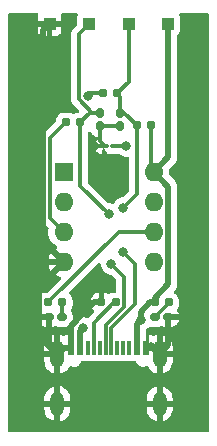
<source format=gbr>
%TF.GenerationSoftware,KiCad,Pcbnew,7.0.9*%
%TF.CreationDate,2024-01-13T12:42:42+01:00*%
%TF.ProjectId,attiny85_programmer,61747469-6e79-4383-955f-70726f677261,rev?*%
%TF.SameCoordinates,Original*%
%TF.FileFunction,Copper,L1,Top*%
%TF.FilePolarity,Positive*%
%FSLAX46Y46*%
G04 Gerber Fmt 4.6, Leading zero omitted, Abs format (unit mm)*
G04 Created by KiCad (PCBNEW 7.0.9) date 2024-01-13 12:42:42*
%MOMM*%
%LPD*%
G01*
G04 APERTURE LIST*
G04 Aperture macros list*
%AMRoundRect*
0 Rectangle with rounded corners*
0 $1 Rounding radius*
0 $2 $3 $4 $5 $6 $7 $8 $9 X,Y pos of 4 corners*
0 Add a 4 corners polygon primitive as box body*
4,1,4,$2,$3,$4,$5,$6,$7,$8,$9,$2,$3,0*
0 Add four circle primitives for the rounded corners*
1,1,$1+$1,$2,$3*
1,1,$1+$1,$4,$5*
1,1,$1+$1,$6,$7*
1,1,$1+$1,$8,$9*
0 Add four rect primitives between the rounded corners*
20,1,$1+$1,$2,$3,$4,$5,0*
20,1,$1+$1,$4,$5,$6,$7,0*
20,1,$1+$1,$6,$7,$8,$9,0*
20,1,$1+$1,$8,$9,$2,$3,0*%
G04 Aperture macros list end*
%TA.AperFunction,ComponentPad*%
%ADD10R,1.600000X1.600000*%
%TD*%
%TA.AperFunction,ComponentPad*%
%ADD11O,1.600000X1.600000*%
%TD*%
%TA.AperFunction,SMDPad,CuDef*%
%ADD12RoundRect,0.160000X-0.197500X-0.160000X0.197500X-0.160000X0.197500X0.160000X-0.197500X0.160000X0*%
%TD*%
%TA.AperFunction,SMDPad,CuDef*%
%ADD13RoundRect,0.160000X0.197500X0.160000X-0.197500X0.160000X-0.197500X-0.160000X0.197500X-0.160000X0*%
%TD*%
%TA.AperFunction,SMDPad,CuDef*%
%ADD14R,0.600000X1.160000*%
%TD*%
%TA.AperFunction,SMDPad,CuDef*%
%ADD15R,0.300000X1.160000*%
%TD*%
%TA.AperFunction,ComponentPad*%
%ADD16O,1.200000X2.300000*%
%TD*%
%TA.AperFunction,ComponentPad*%
%ADD17O,1.200000X2.000000*%
%TD*%
%TA.AperFunction,ComponentPad*%
%ADD18R,1.000000X1.000000*%
%TD*%
%TA.AperFunction,SMDPad,CuDef*%
%ADD19RoundRect,0.160000X-0.222500X-0.160000X0.222500X-0.160000X0.222500X0.160000X-0.222500X0.160000X0*%
%TD*%
%TA.AperFunction,SMDPad,CuDef*%
%ADD20RoundRect,0.160000X0.222500X0.160000X-0.222500X0.160000X-0.222500X-0.160000X0.222500X-0.160000X0*%
%TD*%
%TA.AperFunction,SMDPad,CuDef*%
%ADD21RoundRect,0.160000X-0.160000X0.222500X-0.160000X-0.222500X0.160000X-0.222500X0.160000X0.222500X0*%
%TD*%
%TA.AperFunction,SMDPad,CuDef*%
%ADD22RoundRect,0.100000X0.217500X0.100000X-0.217500X0.100000X-0.217500X-0.100000X0.217500X-0.100000X0*%
%TD*%
%TA.AperFunction,ViaPad*%
%ADD23C,0.800000*%
%TD*%
%TA.AperFunction,Conductor*%
%ADD24C,0.300000*%
%TD*%
%TA.AperFunction,Conductor*%
%ADD25C,0.500000*%
%TD*%
G04 APERTURE END LIST*
D10*
%TO.P,U2,1,~{RESET}/PB5*%
%TO.N,unconnected-(U2-~{RESET}{slash}PB5-Pad1)*%
X134700000Y-82450000D03*
D11*
%TO.P,U2,2,XTAL1/PB3*%
%TO.N,Net-(U2-XTAL1{slash}PB3)*%
X134700000Y-84990000D03*
%TO.P,U2,3,XTAL2/PB4*%
%TO.N,Net-(U2-XTAL2{slash}PB4)*%
X134700000Y-87530000D03*
%TO.P,U2,4,GND*%
%TO.N,GND*%
X134700000Y-90070000D03*
%TO.P,U2,5,AREF/PB0*%
%TO.N,unconnected-(U2-AREF{slash}PB0-Pad5)*%
X142320000Y-90070000D03*
%TO.P,U2,6,PB1*%
%TO.N,/PIN6*%
X142320000Y-87530000D03*
%TO.P,U2,7,PB2*%
%TO.N,unconnected-(U2-PB2-Pad7)*%
X142320000Y-84990000D03*
%TO.P,U2,8,VCC*%
%TO.N,VBUS*%
X142320000Y-82450000D03*
%TD*%
D12*
%TO.P,R6,1*%
%TO.N,/PIN6*%
X133402500Y-93500000D03*
%TO.P,R6,2*%
%TO.N,Net-(D4-A)*%
X134597500Y-93500000D03*
%TD*%
%TO.P,R5,2*%
%TO.N,Net-(D3-A)*%
X143597500Y-93500000D03*
%TO.P,R5,1*%
%TO.N,VBUS*%
X142402500Y-93500000D03*
%TD*%
D13*
%TO.P,R4,1*%
%TO.N,VBUS*%
X142097500Y-78500000D03*
%TO.P,R4,2*%
%TO.N,/PIN2*%
X140902500Y-78500000D03*
%TD*%
D12*
%TO.P,R3,1*%
%TO.N,Net-(U2-XTAL2{slash}PB4)*%
X134902500Y-78250000D03*
%TO.P,R3,2*%
%TO.N,/PIN3*%
X136097500Y-78250000D03*
%TD*%
%TO.P,R2,1*%
%TO.N,Net-(U2-XTAL1{slash}PB3)*%
X138021806Y-75785149D03*
%TO.P,R2,2*%
%TO.N,/PIN2*%
X139216806Y-75785149D03*
%TD*%
%TO.P,R1,2*%
%TO.N,Net-(P1-CC)*%
X139097500Y-93500000D03*
%TO.P,R1,1*%
%TO.N,GND*%
X137902500Y-93500000D03*
%TD*%
D14*
%TO.P,P1,A1,GND*%
%TO.N,GND*%
X135300000Y-97365000D03*
%TO.P,P1,A4,VBUS*%
%TO.N,VBUS*%
X136100000Y-97365000D03*
D15*
%TO.P,P1,A5,CC*%
%TO.N,Net-(P1-CC)*%
X137250000Y-97365000D03*
%TO.P,P1,A6,D+*%
%TO.N,/PIN3*%
X138250000Y-97365000D03*
%TO.P,P1,A7,D-*%
%TO.N,/PIN2*%
X138750000Y-97365000D03*
%TO.P,P1,A8*%
%TO.N,N/C*%
X139750000Y-97365000D03*
D14*
%TO.P,P1,A9,VBUS*%
%TO.N,VBUS*%
X140900000Y-97365000D03*
%TO.P,P1,A12,GND*%
%TO.N,GND*%
X141700000Y-97365000D03*
%TO.P,P1,B1,GND*%
X141700000Y-97365000D03*
%TO.P,P1,B4,VBUS*%
%TO.N,VBUS*%
X140900000Y-97365000D03*
D15*
%TO.P,P1,B5,VCONN*%
%TO.N,unconnected-(P1-VCONN-PadB5)*%
X140250000Y-97365000D03*
%TO.P,P1,B6*%
%TO.N,N/C*%
X139250000Y-97365000D03*
%TO.P,P1,B7*%
X137750000Y-97365000D03*
%TO.P,P1,B8*%
X136750000Y-97365000D03*
D14*
%TO.P,P1,B9,VBUS*%
%TO.N,VBUS*%
X136100000Y-97365000D03*
%TO.P,P1,B12,GND*%
%TO.N,GND*%
X135300000Y-97365000D03*
D16*
%TO.P,P1,S1,SHIELD*%
X134175000Y-97885000D03*
D17*
X134175000Y-102085000D03*
D16*
X142825000Y-97885000D03*
D17*
X142825000Y-102085000D03*
%TD*%
D18*
%TO.P,H4,1,1*%
%TO.N,GND*%
X133507343Y-69902442D03*
%TD*%
%TO.P,H3,1,1*%
%TO.N,/PIN3*%
X136857343Y-69902442D03*
%TD*%
%TO.P,H2,1,1*%
%TO.N,/PIN2*%
X140207343Y-69902442D03*
%TD*%
%TO.P,H1,1,1*%
%TO.N,VBUS*%
X143557343Y-69902442D03*
%TD*%
D19*
%TO.P,D4,1,K*%
%TO.N,GND*%
X133427500Y-94750000D03*
%TO.P,D4,2,A*%
%TO.N,Net-(D4-A)*%
X134572500Y-94750000D03*
%TD*%
D20*
%TO.P,D3,2,A*%
%TO.N,Net-(D3-A)*%
X142427500Y-94750000D03*
%TO.P,D3,1,K*%
%TO.N,GND*%
X143572500Y-94750000D03*
%TD*%
D21*
%TO.P,D2,1,K*%
%TO.N,/PIN3*%
X137750000Y-77427500D03*
%TO.P,D2,2,A*%
%TO.N,GND*%
X137750000Y-78572500D03*
%TD*%
%TO.P,D1,1,K*%
%TO.N,/PIN2*%
X139500000Y-77427500D03*
%TO.P,D1,2,A*%
%TO.N,GND*%
X139500000Y-78572500D03*
%TD*%
D22*
%TO.P,C1,2*%
%TO.N,GND*%
X138185000Y-80250000D03*
%TO.P,C1,1*%
%TO.N,VBUS*%
X139000000Y-80250000D03*
%TD*%
D23*
%TO.N,Net-(U2-XTAL1{slash}PB3)*%
X136750000Y-76000000D03*
%TO.N,GND*%
X137250000Y-80250000D03*
%TO.N,VBUS*%
X140000000Y-80250000D03*
%TO.N,/PIN3*%
X138500000Y-86000000D03*
%TO.N,/PIN2*%
X139750000Y-85500000D03*
X139750000Y-89250000D03*
%TO.N,/PIN3*%
X138750000Y-90250000D03*
%TO.N,VBUS*%
X141250000Y-95000000D03*
X136352661Y-95660542D03*
%TD*%
D24*
%TO.N,/PIN3*%
X136857343Y-69902442D02*
X136000000Y-70759785D01*
X136000000Y-70759785D02*
X136000000Y-76310661D01*
X136000000Y-76310661D02*
X137116839Y-77427500D01*
X137116839Y-77427500D02*
X137750000Y-77427500D01*
%TO.N,/PIN2*%
X140207343Y-69902442D02*
X140207343Y-74794612D01*
X140207343Y-74794612D02*
X139216806Y-75785149D01*
D25*
%TO.N,GND*%
X133507343Y-69902442D02*
X132950000Y-70459785D01*
X132950000Y-70459785D02*
X132950000Y-88320000D01*
X132950000Y-88320000D02*
X134700000Y-90070000D01*
%TO.N,VBUS*%
X143557343Y-69902442D02*
X143557343Y-81212657D01*
X143557343Y-81212657D02*
X142320000Y-82450000D01*
D24*
%TO.N,Net-(U2-XTAL1{slash}PB3)*%
X138021806Y-75785149D02*
X136964851Y-75785149D01*
X136964851Y-75785149D02*
X136750000Y-76000000D01*
%TO.N,/PIN2*%
X139500000Y-77427500D02*
X139500000Y-76068343D01*
X139500000Y-76068343D02*
X139216806Y-75785149D01*
%TO.N,GND*%
X138185000Y-80250000D02*
X137250000Y-80250000D01*
%TO.N,VBUS*%
X139000000Y-80250000D02*
X140000000Y-80250000D01*
%TO.N,GND*%
X138185000Y-80250000D02*
X137750000Y-79815000D01*
X137750000Y-79815000D02*
X137750000Y-78572500D01*
%TO.N,/PIN2*%
X139500000Y-77427500D02*
X139830000Y-77427500D01*
X139830000Y-77427500D02*
X140902500Y-78500000D01*
%TO.N,GND*%
X137750000Y-78572500D02*
X139500000Y-78572500D01*
%TO.N,/PIN3*%
X137750000Y-77427500D02*
X136920000Y-77427500D01*
X136920000Y-77427500D02*
X136097500Y-78250000D01*
%TO.N,Net-(U2-XTAL2{slash}PB4)*%
X134902500Y-78250000D02*
X133550000Y-79602500D01*
X133550000Y-86380000D02*
X134700000Y-87530000D01*
X133550000Y-79602500D02*
X133550000Y-86380000D01*
%TO.N,/PIN3*%
X138500000Y-86000000D02*
X136097500Y-83597500D01*
X136097500Y-83597500D02*
X136097500Y-78250000D01*
%TO.N,/PIN2*%
X140902500Y-78500000D02*
X140902500Y-84347500D01*
X140902500Y-84347500D02*
X139750000Y-85500000D01*
X140750000Y-90250000D02*
X139750000Y-89250000D01*
X138750000Y-97365000D02*
X138750000Y-95637790D01*
X138750000Y-95637790D02*
X140750000Y-93637790D01*
X140750000Y-93637790D02*
X140750000Y-90250000D01*
%TO.N,/PIN3*%
X139805000Y-93875684D02*
X139805000Y-91305000D01*
X138250000Y-95430684D02*
X139805000Y-93875684D01*
X139805000Y-91305000D02*
X138750000Y-90250000D01*
X138250000Y-97365000D02*
X138250000Y-95430684D01*
%TO.N,VBUS*%
X142097500Y-78500000D02*
X142097500Y-82227500D01*
X142097500Y-82227500D02*
X142320000Y-82450000D01*
%TO.N,Net-(P1-CC)*%
X137250000Y-97365000D02*
X137250000Y-95250000D01*
X137250000Y-95250000D02*
X139000000Y-93500000D01*
X139000000Y-93500000D02*
X139097500Y-93500000D01*
D25*
%TO.N,VBUS*%
X140900000Y-95350000D02*
X140900000Y-97365000D01*
X141250000Y-95000000D02*
X141250000Y-94295001D01*
X141250000Y-95000000D02*
X140900000Y-95350000D01*
X141250000Y-94295001D02*
X142045001Y-93500000D01*
X142045001Y-93500000D02*
X142402500Y-93500000D01*
%TO.N,GND*%
X135300000Y-97365000D02*
X135300000Y-95511121D01*
X135300000Y-95511121D02*
X137311121Y-93500000D01*
X137311121Y-93500000D02*
X137902500Y-93500000D01*
D24*
%TO.N,/PIN6*%
X133402500Y-93500000D02*
X139372500Y-87530000D01*
X139372500Y-87530000D02*
X142320000Y-87530000D01*
D25*
%TO.N,VBUS*%
X142320000Y-82450000D02*
X143570000Y-83700000D01*
X143570000Y-83700000D02*
X143570000Y-91975001D01*
X142402500Y-93142501D02*
X142402500Y-93500000D01*
X143570000Y-91975001D02*
X142402500Y-93142501D01*
%TO.N,GND*%
X134175000Y-97885000D02*
X132595000Y-96305000D01*
X132595000Y-96305000D02*
X132595000Y-92175000D01*
X132595000Y-92175000D02*
X134700000Y-90070000D01*
X143572500Y-94750000D02*
X143572500Y-97137500D01*
X143572500Y-97137500D02*
X142825000Y-97885000D01*
X133427500Y-94750000D02*
X133427500Y-97137500D01*
X133427500Y-97137500D02*
X134175000Y-97885000D01*
D24*
%TO.N,Net-(D4-A)*%
X134572500Y-94750000D02*
X134572500Y-93525000D01*
X134572500Y-93525000D02*
X134597500Y-93500000D01*
%TO.N,Net-(D3-A)*%
X143597500Y-93500000D02*
X143597500Y-93580000D01*
X143597500Y-93580000D02*
X142427500Y-94750000D01*
D25*
%TO.N,GND*%
X142072500Y-97132500D02*
X142825000Y-97885000D01*
%TO.N,VBUS*%
X136352661Y-95647339D02*
X136250000Y-95750000D01*
X136352661Y-95660542D02*
X136352661Y-95647339D01*
X136339458Y-95660542D02*
X136352661Y-95660542D01*
X136100000Y-95900000D02*
X136339458Y-95660542D01*
X136100000Y-97365000D02*
X136100000Y-95900000D01*
%TO.N,GND*%
X142825000Y-102085000D02*
X134175000Y-102085000D01*
X141700000Y-97365000D02*
X142305000Y-97365000D01*
X142305000Y-97365000D02*
X142825000Y-97885000D01*
X142825000Y-97885000D02*
X142825000Y-102085000D01*
X134175000Y-97885000D02*
X134175000Y-102085000D01*
X135300000Y-97365000D02*
X134695000Y-97365000D01*
X134695000Y-97365000D02*
X134175000Y-97885000D01*
%TD*%
%TA.AperFunction,Conductor*%
%TO.N,GND*%
G36*
X132512057Y-69020185D02*
G01*
X132557812Y-69072989D01*
X132567756Y-69142147D01*
X132561200Y-69167833D01*
X132513746Y-69295062D01*
X132513744Y-69295069D01*
X132507343Y-69354597D01*
X132507343Y-69652442D01*
X133292860Y-69652442D01*
X133221542Y-69737435D01*
X133182343Y-69845136D01*
X133182343Y-69959748D01*
X133221542Y-70067449D01*
X133295214Y-70155247D01*
X133394472Y-70212554D01*
X133478907Y-70227442D01*
X133535779Y-70227442D01*
X133620214Y-70212554D01*
X133719472Y-70155247D01*
X133721826Y-70152442D01*
X133757343Y-70152442D01*
X133757343Y-70902442D01*
X134055171Y-70902442D01*
X134055187Y-70902441D01*
X134114715Y-70896040D01*
X134114722Y-70896038D01*
X134249429Y-70845796D01*
X134249436Y-70845792D01*
X134364530Y-70759632D01*
X134364533Y-70759629D01*
X134450693Y-70644535D01*
X134450697Y-70644528D01*
X134500939Y-70509821D01*
X134500941Y-70509814D01*
X134507342Y-70450286D01*
X134507343Y-70450269D01*
X134507343Y-70152442D01*
X133757343Y-70152442D01*
X133721826Y-70152442D01*
X133793144Y-70067449D01*
X133832343Y-69959748D01*
X133832343Y-69845136D01*
X133793144Y-69737435D01*
X133721826Y-69652442D01*
X134507343Y-69652442D01*
X134507343Y-69354614D01*
X134507342Y-69354597D01*
X134500941Y-69295069D01*
X134500939Y-69295062D01*
X134453486Y-69167833D01*
X134448502Y-69098142D01*
X134481987Y-69036819D01*
X134543310Y-69003334D01*
X134569668Y-69000500D01*
X135794484Y-69000500D01*
X135861523Y-69020185D01*
X135907278Y-69072989D01*
X135917222Y-69142147D01*
X135910666Y-69167833D01*
X135863251Y-69294958D01*
X135856844Y-69354558D01*
X135856844Y-69354565D01*
X135856843Y-69354577D01*
X135856843Y-69931633D01*
X135837158Y-69998672D01*
X135820524Y-70019314D01*
X135600483Y-70239354D01*
X135587910Y-70249428D01*
X135588065Y-70249615D01*
X135582059Y-70254583D01*
X135557434Y-70280806D01*
X135532809Y-70307029D01*
X135521949Y-70317889D01*
X135511088Y-70328750D01*
X135511078Y-70328762D01*
X135506587Y-70334550D01*
X135502801Y-70338982D01*
X135469552Y-70374391D01*
X135459322Y-70392998D01*
X135448646Y-70409249D01*
X135435640Y-70426017D01*
X135435636Y-70426023D01*
X135416348Y-70470596D01*
X135413777Y-70475843D01*
X135390372Y-70518415D01*
X135390372Y-70518416D01*
X135385091Y-70538984D01*
X135378791Y-70557386D01*
X135370364Y-70576858D01*
X135362766Y-70624832D01*
X135361581Y-70630555D01*
X135349500Y-70677603D01*
X135349500Y-70698829D01*
X135347973Y-70718228D01*
X135344653Y-70739190D01*
X135346619Y-70759985D01*
X135349225Y-70787552D01*
X135349500Y-70793391D01*
X135349500Y-76225155D01*
X135347732Y-76241166D01*
X135347974Y-76241189D01*
X135347240Y-76248955D01*
X135349500Y-76320864D01*
X135349500Y-76351581D01*
X135349501Y-76351601D01*
X135350418Y-76358867D01*
X135350876Y-76364685D01*
X135352402Y-76413228D01*
X135352403Y-76413231D01*
X135358323Y-76433609D01*
X135362268Y-76452657D01*
X135364928Y-76473715D01*
X135364931Y-76473725D01*
X135382813Y-76518891D01*
X135384705Y-76524419D01*
X135398254Y-76571056D01*
X135398255Y-76571058D01*
X135409060Y-76589327D01*
X135417617Y-76606795D01*
X135423226Y-76620961D01*
X135425432Y-76626533D01*
X135453983Y-76665831D01*
X135457191Y-76670714D01*
X135480454Y-76710050D01*
X135481919Y-76712526D01*
X135481923Y-76712530D01*
X135496925Y-76727532D01*
X135509563Y-76742330D01*
X135522033Y-76759494D01*
X135522036Y-76759497D01*
X135522037Y-76759498D01*
X135559476Y-76790470D01*
X135563776Y-76794383D01*
X135778952Y-77009559D01*
X135987212Y-77217819D01*
X136020697Y-77279142D01*
X136015713Y-77348834D01*
X135973841Y-77404767D01*
X135908377Y-77429184D01*
X135899533Y-77429500D01*
X135846612Y-77429500D01*
X135780073Y-77435546D01*
X135780066Y-77435548D01*
X135626933Y-77483265D01*
X135626929Y-77483267D01*
X135564149Y-77521219D01*
X135496594Y-77539055D01*
X135435851Y-77521219D01*
X135373070Y-77483267D01*
X135373066Y-77483265D01*
X135219933Y-77435548D01*
X135219935Y-77435548D01*
X135193312Y-77433128D01*
X135153381Y-77429500D01*
X135153378Y-77429500D01*
X134651611Y-77429500D01*
X134585073Y-77435546D01*
X134585066Y-77435548D01*
X134431933Y-77483265D01*
X134431929Y-77483267D01*
X134294670Y-77566242D01*
X134294665Y-77566246D01*
X134181246Y-77679665D01*
X134181242Y-77679670D01*
X134098267Y-77816929D01*
X134098265Y-77816933D01*
X134050548Y-77970065D01*
X134044500Y-78036621D01*
X134044500Y-78136691D01*
X134024815Y-78203730D01*
X134008181Y-78224372D01*
X133150483Y-79082069D01*
X133137910Y-79092143D01*
X133138065Y-79092330D01*
X133132059Y-79097298D01*
X133109097Y-79121751D01*
X133082809Y-79149744D01*
X133071949Y-79160604D01*
X133061088Y-79171465D01*
X133061078Y-79171477D01*
X133056587Y-79177265D01*
X133052801Y-79181697D01*
X133019552Y-79217106D01*
X133009322Y-79235713D01*
X132998646Y-79251964D01*
X132985640Y-79268732D01*
X132985636Y-79268738D01*
X132966348Y-79313311D01*
X132963777Y-79318558D01*
X132940372Y-79361130D01*
X132940372Y-79361131D01*
X132935091Y-79381699D01*
X132928791Y-79400101D01*
X132920364Y-79419573D01*
X132912766Y-79467547D01*
X132911581Y-79473270D01*
X132899500Y-79520318D01*
X132899500Y-79541544D01*
X132897973Y-79560944D01*
X132894653Y-79581903D01*
X132899225Y-79630267D01*
X132899500Y-79636106D01*
X132899500Y-86294494D01*
X132897732Y-86310505D01*
X132897974Y-86310528D01*
X132897240Y-86318294D01*
X132899500Y-86390203D01*
X132899500Y-86420920D01*
X132899501Y-86420940D01*
X132900418Y-86428206D01*
X132900876Y-86434024D01*
X132902402Y-86482567D01*
X132902403Y-86482570D01*
X132908323Y-86502948D01*
X132912268Y-86521996D01*
X132914928Y-86543054D01*
X132914931Y-86543064D01*
X132932813Y-86588230D01*
X132934705Y-86593758D01*
X132948254Y-86640395D01*
X132948255Y-86640397D01*
X132959060Y-86658666D01*
X132967617Y-86676134D01*
X132973226Y-86690300D01*
X132975432Y-86695872D01*
X133003983Y-86735170D01*
X133007188Y-86740049D01*
X133031919Y-86781865D01*
X133031923Y-86781869D01*
X133046925Y-86796871D01*
X133059563Y-86811669D01*
X133072033Y-86828833D01*
X133072036Y-86828836D01*
X133072037Y-86828837D01*
X133109476Y-86859809D01*
X133113776Y-86863722D01*
X133261973Y-87011919D01*
X133393115Y-87143061D01*
X133426600Y-87204384D01*
X133425209Y-87262834D01*
X133414367Y-87303299D01*
X133414364Y-87303313D01*
X133394532Y-87529998D01*
X133394532Y-87530001D01*
X133414364Y-87756686D01*
X133414366Y-87756697D01*
X133473258Y-87976488D01*
X133473261Y-87976497D01*
X133569431Y-88182732D01*
X133569432Y-88182734D01*
X133699954Y-88369141D01*
X133860858Y-88530045D01*
X133860861Y-88530047D01*
X134047266Y-88660568D01*
X134105865Y-88687893D01*
X134158305Y-88734065D01*
X134177457Y-88801258D01*
X134157242Y-88868139D01*
X134105867Y-88912657D01*
X134047515Y-88939867D01*
X133861179Y-89070342D01*
X133700342Y-89231179D01*
X133569865Y-89417517D01*
X133473734Y-89623673D01*
X133473730Y-89623682D01*
X133421127Y-89819999D01*
X133421128Y-89820000D01*
X134384314Y-89820000D01*
X134372359Y-89831955D01*
X134314835Y-89944852D01*
X134295014Y-90070000D01*
X134314835Y-90195148D01*
X134372359Y-90308045D01*
X134384314Y-90320000D01*
X133421128Y-90320000D01*
X133473730Y-90516317D01*
X133473734Y-90516326D01*
X133569865Y-90722482D01*
X133700342Y-90908820D01*
X133861179Y-91069657D01*
X134047517Y-91200134D01*
X134253673Y-91296265D01*
X134253682Y-91296269D01*
X134387407Y-91332100D01*
X134447068Y-91368465D01*
X134477597Y-91431311D01*
X134469303Y-91500687D01*
X134442995Y-91539556D01*
X133339371Y-92643181D01*
X133278048Y-92676666D01*
X133251691Y-92679500D01*
X133151611Y-92679500D01*
X133085073Y-92685546D01*
X133085066Y-92685548D01*
X132931933Y-92733265D01*
X132931929Y-92733267D01*
X132794670Y-92816242D01*
X132794665Y-92816246D01*
X132681246Y-92929665D01*
X132681242Y-92929670D01*
X132598267Y-93066929D01*
X132598265Y-93066933D01*
X132550548Y-93220065D01*
X132544500Y-93286621D01*
X132544500Y-93713388D01*
X132550546Y-93779926D01*
X132550548Y-93779933D01*
X132598265Y-93933066D01*
X132598267Y-93933070D01*
X132675805Y-94061334D01*
X132693641Y-94128888D01*
X132675805Y-94189632D01*
X132598726Y-94317136D01*
X132598724Y-94317140D01*
X132551043Y-94470155D01*
X132548331Y-94500000D01*
X133553500Y-94500000D01*
X133620539Y-94519685D01*
X133666294Y-94572489D01*
X133677500Y-94624000D01*
X133677500Y-95570000D01*
X133703337Y-95570000D01*
X133769838Y-95563957D01*
X133922861Y-95516273D01*
X133935361Y-95508717D01*
X134002915Y-95490878D01*
X134063664Y-95508713D01*
X134076931Y-95516733D01*
X134076933Y-95516734D01*
X134127330Y-95532438D01*
X134230067Y-95564452D01*
X134296619Y-95570500D01*
X134848380Y-95570499D01*
X134848388Y-95570499D01*
X134914926Y-95564453D01*
X134914927Y-95564452D01*
X134914933Y-95564452D01*
X135068069Y-95516733D01*
X135138717Y-95474024D01*
X135205329Y-95433757D01*
X135205330Y-95433755D01*
X135205335Y-95433753D01*
X135240202Y-95398885D01*
X135301522Y-95365401D01*
X135371214Y-95370385D01*
X135427148Y-95412255D01*
X135451566Y-95477719D01*
X135440264Y-95538971D01*
X135424424Y-95572940D01*
X135389960Y-95641565D01*
X135387488Y-95648357D01*
X135387432Y-95648336D01*
X135384960Y-95655450D01*
X135385015Y-95655469D01*
X135382742Y-95662327D01*
X135380562Y-95672888D01*
X135367207Y-95737565D01*
X135356166Y-95784151D01*
X135349498Y-95812286D01*
X135348661Y-95819454D01*
X135348601Y-95819447D01*
X135347835Y-95826945D01*
X135347895Y-95826951D01*
X135347265Y-95834140D01*
X135349500Y-95910916D01*
X135349500Y-96538271D01*
X135341682Y-96581604D01*
X135305908Y-96677517D01*
X135299501Y-96737116D01*
X135299501Y-96737123D01*
X135299500Y-96737135D01*
X135299500Y-97491000D01*
X135279815Y-97558039D01*
X135227011Y-97603794D01*
X135175500Y-97615000D01*
X134584000Y-97615000D01*
X134516961Y-97595315D01*
X134475000Y-97546889D01*
X134475000Y-97307198D01*
X134461375Y-97234314D01*
X134479685Y-97171961D01*
X134532489Y-97126206D01*
X134584000Y-97115000D01*
X135050000Y-97115000D01*
X135050000Y-96285000D01*
X134952155Y-96285000D01*
X134892627Y-96291401D01*
X134892620Y-96291403D01*
X134749801Y-96344671D01*
X134680109Y-96349655D01*
X134644469Y-96335877D01*
X134634036Y-96329853D01*
X134435516Y-96261144D01*
X134425000Y-96259632D01*
X134425000Y-97168889D01*
X134400543Y-97129390D01*
X134311038Y-97061799D01*
X134203160Y-97031105D01*
X134091479Y-97041454D01*
X133991078Y-97091448D01*
X133925000Y-97163930D01*
X133925000Y-96263740D01*
X133924999Y-96263740D01*
X133813594Y-96290768D01*
X133813582Y-96290772D01*
X133622497Y-96378037D01*
X133622496Y-96378038D01*
X133451380Y-96499889D01*
X133451374Y-96499895D01*
X133306407Y-96651932D01*
X133192833Y-96828657D01*
X133114755Y-97023685D01*
X133075000Y-97229962D01*
X133075000Y-97635000D01*
X133875000Y-97635000D01*
X133875000Y-98135000D01*
X133075000Y-98135000D01*
X133075000Y-98487398D01*
X133089965Y-98644122D01*
X133089966Y-98644126D01*
X133149149Y-98845686D01*
X133245413Y-99032414D01*
X133375268Y-99197537D01*
X133375271Y-99197540D01*
X133534030Y-99335105D01*
X133534041Y-99335114D01*
X133715960Y-99440144D01*
X133715967Y-99440147D01*
X133914487Y-99508856D01*
X133925000Y-99510367D01*
X133925000Y-98601110D01*
X133949457Y-98640610D01*
X134038962Y-98708201D01*
X134146840Y-98738895D01*
X134258521Y-98728546D01*
X134358922Y-98678552D01*
X134425000Y-98606069D01*
X134425000Y-99506257D01*
X134536409Y-99479229D01*
X134727507Y-99391959D01*
X134898619Y-99270110D01*
X134898625Y-99270104D01*
X135043592Y-99118067D01*
X135157167Y-98941341D01*
X135163080Y-98926570D01*
X135206268Y-98871647D01*
X135272294Y-98848793D01*
X135340195Y-98865263D01*
X135342576Y-98866673D01*
X135388618Y-98894672D01*
X135534335Y-98935500D01*
X135534336Y-98935500D01*
X135647659Y-98935500D01*
X135675723Y-98931642D01*
X135759920Y-98920070D01*
X135886097Y-98865263D01*
X135898716Y-98859782D01*
X135898716Y-98859781D01*
X135898720Y-98859780D01*
X136016108Y-98764278D01*
X136103377Y-98640647D01*
X136119363Y-98595666D01*
X136143422Y-98527973D01*
X136184420Y-98471397D01*
X136249498Y-98445967D01*
X136260262Y-98445499D01*
X136447872Y-98445499D01*
X136447885Y-98445498D01*
X136486744Y-98441320D01*
X136513252Y-98441320D01*
X136552127Y-98445500D01*
X136947872Y-98445499D01*
X136947873Y-98445498D01*
X136947885Y-98445498D01*
X136986744Y-98441320D01*
X137013252Y-98441320D01*
X137052127Y-98445500D01*
X137447872Y-98445499D01*
X137447873Y-98445498D01*
X137447885Y-98445498D01*
X137486744Y-98441320D01*
X137513252Y-98441320D01*
X137552127Y-98445500D01*
X137947872Y-98445499D01*
X137947873Y-98445498D01*
X137947885Y-98445498D01*
X137986744Y-98441320D01*
X138013252Y-98441320D01*
X138052127Y-98445500D01*
X138447872Y-98445499D01*
X138447873Y-98445498D01*
X138447885Y-98445498D01*
X138486744Y-98441320D01*
X138513252Y-98441320D01*
X138552127Y-98445500D01*
X138947872Y-98445499D01*
X138947873Y-98445498D01*
X138947885Y-98445498D01*
X138986744Y-98441320D01*
X139013252Y-98441320D01*
X139052127Y-98445500D01*
X139447872Y-98445499D01*
X139447873Y-98445498D01*
X139447885Y-98445498D01*
X139486744Y-98441320D01*
X139513252Y-98441320D01*
X139552127Y-98445500D01*
X139947872Y-98445499D01*
X139947873Y-98445498D01*
X139947885Y-98445498D01*
X139986744Y-98441320D01*
X140013252Y-98441320D01*
X140052127Y-98445500D01*
X140447872Y-98445499D01*
X140447873Y-98445498D01*
X140447885Y-98445498D01*
X140486744Y-98441320D01*
X140513252Y-98441320D01*
X140552127Y-98445500D01*
X140739429Y-98445499D01*
X140806468Y-98465183D01*
X140852223Y-98517987D01*
X140860835Y-98544271D01*
X140866405Y-98571079D01*
X140866406Y-98571081D01*
X140866407Y-98571084D01*
X140866408Y-98571085D01*
X140936029Y-98705447D01*
X140936031Y-98705449D01*
X140936032Y-98705451D01*
X141039318Y-98816043D01*
X141039320Y-98816044D01*
X141168618Y-98894672D01*
X141314335Y-98935500D01*
X141314336Y-98935500D01*
X141427659Y-98935500D01*
X141455723Y-98931642D01*
X141539920Y-98920070D01*
X141676611Y-98860695D01*
X141745941Y-98852042D01*
X141808946Y-98882245D01*
X141836228Y-98917610D01*
X141895413Y-99032414D01*
X142025268Y-99197537D01*
X142025271Y-99197540D01*
X142184030Y-99335105D01*
X142184041Y-99335114D01*
X142365960Y-99440144D01*
X142365967Y-99440147D01*
X142564487Y-99508856D01*
X142575000Y-99510367D01*
X142575000Y-98601110D01*
X142599457Y-98640610D01*
X142688962Y-98708201D01*
X142796840Y-98738895D01*
X142908521Y-98728546D01*
X143008922Y-98678552D01*
X143075000Y-98606069D01*
X143075000Y-99506257D01*
X143186409Y-99479229D01*
X143377507Y-99391959D01*
X143548619Y-99270110D01*
X143548625Y-99270104D01*
X143693592Y-99118067D01*
X143807166Y-98941342D01*
X143885244Y-98746314D01*
X143925000Y-98540037D01*
X143925000Y-98135000D01*
X143125000Y-98135000D01*
X143125000Y-97635000D01*
X143925000Y-97635000D01*
X143925000Y-97282601D01*
X143910034Y-97125877D01*
X143910033Y-97125873D01*
X143850850Y-96924313D01*
X143754586Y-96737585D01*
X143624731Y-96572462D01*
X143624728Y-96572459D01*
X143465969Y-96434894D01*
X143465958Y-96434885D01*
X143284039Y-96329855D01*
X143284032Y-96329852D01*
X143085516Y-96261144D01*
X143075000Y-96259632D01*
X143075000Y-97168889D01*
X143050543Y-97129390D01*
X142961038Y-97061799D01*
X142853160Y-97031105D01*
X142741479Y-97041454D01*
X142641078Y-97091448D01*
X142575000Y-97163930D01*
X142575000Y-96263740D01*
X142574999Y-96263740D01*
X142463599Y-96290766D01*
X142463585Y-96290771D01*
X142348689Y-96343241D01*
X142279530Y-96353184D01*
X142250816Y-96343627D01*
X142250399Y-96344746D01*
X142107379Y-96291403D01*
X142107372Y-96291401D01*
X142047844Y-96285000D01*
X141950000Y-96285000D01*
X141950000Y-97491000D01*
X141930315Y-97558039D01*
X141877511Y-97603794D01*
X141826000Y-97615000D01*
X141824499Y-97615000D01*
X141757460Y-97595315D01*
X141711705Y-97542511D01*
X141700499Y-97491000D01*
X141700499Y-96737129D01*
X141700498Y-96737123D01*
X141700497Y-96737116D01*
X141694091Y-96677517D01*
X141684548Y-96651932D01*
X141658318Y-96581604D01*
X141650500Y-96538271D01*
X141650500Y-95885279D01*
X141670185Y-95818240D01*
X141701615Y-95784961D01*
X141702730Y-95784151D01*
X141855871Y-95672888D01*
X141929160Y-95591491D01*
X141988645Y-95554844D01*
X142058200Y-95556079D01*
X142085067Y-95564452D01*
X142151619Y-95570500D01*
X142703380Y-95570499D01*
X142703388Y-95570499D01*
X142769926Y-95564453D01*
X142769927Y-95564452D01*
X142769933Y-95564452D01*
X142923069Y-95516733D01*
X142936332Y-95508714D01*
X143003887Y-95490878D01*
X143064633Y-95508714D01*
X143077138Y-95516273D01*
X143230161Y-95563957D01*
X143296663Y-95570000D01*
X143322500Y-95570000D01*
X143322500Y-95000000D01*
X143822500Y-95000000D01*
X143822500Y-95570000D01*
X143848337Y-95570000D01*
X143914843Y-95563956D01*
X144067859Y-95516275D01*
X144067863Y-95516273D01*
X144205019Y-95433360D01*
X144205023Y-95433357D01*
X144318357Y-95320023D01*
X144318360Y-95320019D01*
X144401273Y-95182863D01*
X144401275Y-95182859D01*
X144448956Y-95029844D01*
X144451669Y-95000000D01*
X143822500Y-95000000D01*
X143322500Y-95000000D01*
X143322500Y-94826307D01*
X143342185Y-94759268D01*
X143358819Y-94738626D01*
X143561126Y-94536319D01*
X143622449Y-94502834D01*
X143648807Y-94500000D01*
X144451668Y-94500000D01*
X144448956Y-94470155D01*
X144401275Y-94317140D01*
X144324194Y-94189632D01*
X144306358Y-94122077D01*
X144324192Y-94061336D01*
X144401733Y-93933069D01*
X144449452Y-93779933D01*
X144455500Y-93713381D01*
X144455499Y-93286620D01*
X144455499Y-93286619D01*
X144455499Y-93286611D01*
X144449453Y-93220073D01*
X144449452Y-93220070D01*
X144449452Y-93220067D01*
X144406782Y-93083133D01*
X144401734Y-93066933D01*
X144401732Y-93066929D01*
X144318757Y-92929670D01*
X144318753Y-92929665D01*
X144205333Y-92816245D01*
X144082542Y-92742016D01*
X144035355Y-92690488D01*
X144023516Y-92621629D01*
X144050785Y-92557300D01*
X144072641Y-92536438D01*
X144088530Y-92524611D01*
X144122113Y-92484586D01*
X144125767Y-92480600D01*
X144131589Y-92474779D01*
X144151928Y-92449055D01*
X144157162Y-92442816D01*
X144201302Y-92390215D01*
X144201304Y-92390210D01*
X144205272Y-92384180D01*
X144205323Y-92384213D01*
X144209369Y-92377861D01*
X144209317Y-92377829D01*
X144213109Y-92371680D01*
X144213111Y-92371678D01*
X144245569Y-92302070D01*
X144280040Y-92233434D01*
X144280043Y-92233418D01*
X144282510Y-92226645D01*
X144282568Y-92226666D01*
X144285043Y-92219547D01*
X144284985Y-92219528D01*
X144287256Y-92212673D01*
X144302784Y-92137468D01*
X144320500Y-92062721D01*
X144321339Y-92055549D01*
X144321397Y-92055555D01*
X144322164Y-92048057D01*
X144322104Y-92048052D01*
X144322733Y-92040861D01*
X144320500Y-91964104D01*
X144320500Y-83763705D01*
X144321809Y-83745735D01*
X144322129Y-83743547D01*
X144325289Y-83721977D01*
X144320735Y-83669931D01*
X144320500Y-83664528D01*
X144320500Y-83656297D01*
X144320500Y-83656291D01*
X144316693Y-83623724D01*
X144309999Y-83547203D01*
X144309999Y-83547201D01*
X144308539Y-83540129D01*
X144308597Y-83540116D01*
X144306965Y-83532757D01*
X144306906Y-83532772D01*
X144305242Y-83525753D01*
X144305241Y-83525745D01*
X144278974Y-83453576D01*
X144254814Y-83380666D01*
X144254809Y-83380659D01*
X144251760Y-83374118D01*
X144251815Y-83374091D01*
X144248533Y-83367313D01*
X144248480Y-83367340D01*
X144245235Y-83360880D01*
X144203028Y-83296708D01*
X144162710Y-83231342D01*
X144158234Y-83225682D01*
X144158281Y-83225644D01*
X144153519Y-83219799D01*
X144153474Y-83219838D01*
X144148834Y-83214309D01*
X144148832Y-83214307D01*
X144148830Y-83214304D01*
X144118061Y-83185275D01*
X144092965Y-83161597D01*
X143646716Y-82715348D01*
X143613231Y-82654025D01*
X143610869Y-82616863D01*
X143625468Y-82450000D01*
X143610869Y-82283137D01*
X143624635Y-82214639D01*
X143646713Y-82184653D01*
X144042981Y-81788384D01*
X144056610Y-81776607D01*
X144075873Y-81762267D01*
X144075875Y-81762263D01*
X144075877Y-81762263D01*
X144094006Y-81740656D01*
X144109456Y-81722242D01*
X144113110Y-81718256D01*
X144118932Y-81712435D01*
X144139271Y-81686711D01*
X144144505Y-81680472D01*
X144188645Y-81627871D01*
X144188647Y-81627866D01*
X144192615Y-81621836D01*
X144192666Y-81621869D01*
X144196712Y-81615517D01*
X144196660Y-81615485D01*
X144200452Y-81609336D01*
X144200454Y-81609334D01*
X144232912Y-81539726D01*
X144267383Y-81471090D01*
X144267386Y-81471074D01*
X144269853Y-81464301D01*
X144269911Y-81464322D01*
X144272386Y-81457203D01*
X144272328Y-81457184D01*
X144274599Y-81450329D01*
X144290127Y-81375124D01*
X144307843Y-81300377D01*
X144308682Y-81293205D01*
X144308740Y-81293211D01*
X144309507Y-81285713D01*
X144309447Y-81285708D01*
X144310076Y-81278517D01*
X144309833Y-81270180D01*
X144307843Y-81201759D01*
X144307843Y-70902191D01*
X144327528Y-70835152D01*
X144357533Y-70802924D01*
X144414889Y-70759988D01*
X144501139Y-70644773D01*
X144551434Y-70509925D01*
X144557843Y-70450315D01*
X144557842Y-69354570D01*
X144551434Y-69294959D01*
X144551434Y-69294958D01*
X144504020Y-69167833D01*
X144499036Y-69098141D01*
X144532522Y-69036818D01*
X144593845Y-69003334D01*
X144620202Y-69000500D01*
X146875500Y-69000500D01*
X146942539Y-69020185D01*
X146988294Y-69072989D01*
X146999500Y-69124500D01*
X146999500Y-104375500D01*
X146979815Y-104442539D01*
X146927011Y-104488294D01*
X146875500Y-104499500D01*
X130124500Y-104499500D01*
X130057461Y-104479815D01*
X130011706Y-104427011D01*
X130000500Y-104375500D01*
X130000500Y-102537398D01*
X133075000Y-102537398D01*
X133089965Y-102694122D01*
X133089966Y-102694126D01*
X133149149Y-102895686D01*
X133245413Y-103082414D01*
X133375268Y-103247537D01*
X133375271Y-103247540D01*
X133534030Y-103385105D01*
X133534041Y-103385114D01*
X133715960Y-103490144D01*
X133715967Y-103490147D01*
X133914487Y-103558856D01*
X133925000Y-103560367D01*
X133925000Y-102601110D01*
X133949457Y-102640610D01*
X134038962Y-102708201D01*
X134146840Y-102738895D01*
X134258521Y-102728546D01*
X134358922Y-102678552D01*
X134425000Y-102606069D01*
X134425000Y-103556257D01*
X134536409Y-103529229D01*
X134727507Y-103441959D01*
X134898619Y-103320110D01*
X134898625Y-103320104D01*
X135043592Y-103168067D01*
X135157166Y-102991342D01*
X135235244Y-102796314D01*
X135275000Y-102590037D01*
X135275000Y-102537398D01*
X141725000Y-102537398D01*
X141739965Y-102694122D01*
X141739966Y-102694126D01*
X141799149Y-102895686D01*
X141895413Y-103082414D01*
X142025268Y-103247537D01*
X142025271Y-103247540D01*
X142184030Y-103385105D01*
X142184041Y-103385114D01*
X142365960Y-103490144D01*
X142365967Y-103490147D01*
X142564487Y-103558856D01*
X142575000Y-103560367D01*
X142575000Y-102601110D01*
X142599457Y-102640610D01*
X142688962Y-102708201D01*
X142796840Y-102738895D01*
X142908521Y-102728546D01*
X143008922Y-102678552D01*
X143075000Y-102606069D01*
X143075000Y-103556257D01*
X143186409Y-103529229D01*
X143377507Y-103441959D01*
X143548619Y-103320110D01*
X143548625Y-103320104D01*
X143693592Y-103168067D01*
X143807166Y-102991342D01*
X143885244Y-102796314D01*
X143925000Y-102590037D01*
X143925000Y-102335000D01*
X143125000Y-102335000D01*
X143125000Y-101835000D01*
X143925000Y-101835000D01*
X143925000Y-101632601D01*
X143910034Y-101475877D01*
X143910033Y-101475873D01*
X143850850Y-101274313D01*
X143754586Y-101087585D01*
X143624731Y-100922462D01*
X143624728Y-100922459D01*
X143465969Y-100784894D01*
X143465958Y-100784885D01*
X143284039Y-100679855D01*
X143284032Y-100679852D01*
X143085516Y-100611144D01*
X143075000Y-100609632D01*
X143075000Y-101568889D01*
X143050543Y-101529390D01*
X142961038Y-101461799D01*
X142853160Y-101431105D01*
X142741479Y-101441454D01*
X142641078Y-101491448D01*
X142575000Y-101563930D01*
X142575000Y-100613740D01*
X142574999Y-100613740D01*
X142463594Y-100640768D01*
X142463582Y-100640772D01*
X142272497Y-100728037D01*
X142272496Y-100728038D01*
X142101380Y-100849889D01*
X142101374Y-100849895D01*
X141956407Y-101001932D01*
X141842833Y-101178657D01*
X141764755Y-101373685D01*
X141725000Y-101579962D01*
X141725000Y-101835000D01*
X142525000Y-101835000D01*
X142525000Y-102335000D01*
X141725000Y-102335000D01*
X141725000Y-102537398D01*
X135275000Y-102537398D01*
X135275000Y-102335000D01*
X134475000Y-102335000D01*
X134475000Y-101835000D01*
X135275000Y-101835000D01*
X135275000Y-101632601D01*
X135260034Y-101475877D01*
X135260033Y-101475873D01*
X135200850Y-101274313D01*
X135104586Y-101087585D01*
X134974731Y-100922462D01*
X134974728Y-100922459D01*
X134815969Y-100784894D01*
X134815958Y-100784885D01*
X134634039Y-100679855D01*
X134634032Y-100679852D01*
X134435516Y-100611144D01*
X134425000Y-100609632D01*
X134425000Y-101568889D01*
X134400543Y-101529390D01*
X134311038Y-101461799D01*
X134203160Y-101431105D01*
X134091479Y-101441454D01*
X133991078Y-101491448D01*
X133925000Y-101563930D01*
X133925000Y-100613740D01*
X133924999Y-100613740D01*
X133813594Y-100640768D01*
X133813582Y-100640772D01*
X133622497Y-100728037D01*
X133622496Y-100728038D01*
X133451380Y-100849889D01*
X133451374Y-100849895D01*
X133306407Y-101001932D01*
X133192833Y-101178657D01*
X133114755Y-101373685D01*
X133075000Y-101579962D01*
X133075000Y-101835000D01*
X133875000Y-101835000D01*
X133875000Y-102335000D01*
X133075000Y-102335000D01*
X133075000Y-102537398D01*
X130000500Y-102537398D01*
X130000500Y-95000000D01*
X132548331Y-95000000D01*
X132551043Y-95029844D01*
X132598724Y-95182859D01*
X132598726Y-95182863D01*
X132681639Y-95320019D01*
X132681642Y-95320023D01*
X132794976Y-95433357D01*
X132794980Y-95433360D01*
X132932136Y-95516273D01*
X132932140Y-95516275D01*
X133085157Y-95563956D01*
X133085156Y-95563956D01*
X133151663Y-95570000D01*
X133177500Y-95570000D01*
X133177500Y-95000000D01*
X132548331Y-95000000D01*
X130000500Y-95000000D01*
X130000500Y-70152442D01*
X132507343Y-70152442D01*
X132507343Y-70450286D01*
X132513744Y-70509814D01*
X132513746Y-70509821D01*
X132563988Y-70644528D01*
X132563992Y-70644535D01*
X132650152Y-70759629D01*
X132650155Y-70759632D01*
X132765249Y-70845792D01*
X132765256Y-70845796D01*
X132899963Y-70896038D01*
X132899970Y-70896040D01*
X132959498Y-70902441D01*
X132959515Y-70902442D01*
X133257343Y-70902442D01*
X133257343Y-70152442D01*
X132507343Y-70152442D01*
X130000500Y-70152442D01*
X130000500Y-69124500D01*
X130020185Y-69057461D01*
X130072989Y-69011706D01*
X130124500Y-69000500D01*
X132445018Y-69000500D01*
X132512057Y-69020185D01*
G37*
%TD.AperFunction*%
%TA.AperFunction,Conductor*%
G36*
X137765849Y-90159109D02*
G01*
X137821782Y-90200981D01*
X137845835Y-90262328D01*
X137864326Y-90438256D01*
X137864327Y-90438259D01*
X137922818Y-90618277D01*
X137922821Y-90618284D01*
X138017467Y-90782216D01*
X138131462Y-90908820D01*
X138144129Y-90922888D01*
X138297265Y-91034148D01*
X138297270Y-91034151D01*
X138470192Y-91111142D01*
X138470197Y-91111144D01*
X138655354Y-91150500D01*
X138679192Y-91150500D01*
X138746231Y-91170185D01*
X138766873Y-91186819D01*
X139118181Y-91538127D01*
X139151666Y-91599450D01*
X139154500Y-91625808D01*
X139154500Y-92555500D01*
X139134815Y-92622539D01*
X139082011Y-92668294D01*
X139030501Y-92679500D01*
X138846611Y-92679500D01*
X138780073Y-92685546D01*
X138780066Y-92685548D01*
X138626937Y-92733264D01*
X138626931Y-92733267D01*
X138563664Y-92771512D01*
X138496109Y-92789347D01*
X138435367Y-92771511D01*
X138372863Y-92733726D01*
X138372859Y-92733724D01*
X138219842Y-92686043D01*
X138219843Y-92686043D01*
X138153337Y-92680000D01*
X138152500Y-92680000D01*
X138152500Y-93376191D01*
X138132815Y-93443230D01*
X138116181Y-93463872D01*
X137866372Y-93713681D01*
X137805049Y-93747166D01*
X137778691Y-93750000D01*
X137048331Y-93750000D01*
X137051043Y-93779844D01*
X137098724Y-93932859D01*
X137098726Y-93932863D01*
X137181639Y-94070019D01*
X137181642Y-94070023D01*
X137258154Y-94146535D01*
X137291639Y-94207858D01*
X137286655Y-94277550D01*
X137258154Y-94321897D01*
X136850483Y-94729569D01*
X136837910Y-94739643D01*
X136838065Y-94739830D01*
X136832058Y-94744799D01*
X136797379Y-94781728D01*
X136737138Y-94817122D01*
X136667324Y-94814328D01*
X136656553Y-94810123D01*
X136632463Y-94799397D01*
X136486662Y-94768407D01*
X136447307Y-94760042D01*
X136258015Y-94760042D01*
X136225558Y-94766940D01*
X136072858Y-94799397D01*
X136072853Y-94799399D01*
X135899931Y-94876390D01*
X135899926Y-94876393D01*
X135746790Y-94987653D01*
X135746789Y-94987654D01*
X135669714Y-95073254D01*
X135610227Y-95109902D01*
X135540370Y-95108571D01*
X135482322Y-95069684D01*
X135454513Y-95005587D01*
X135454074Y-94979069D01*
X135455500Y-94963381D01*
X135455499Y-94536620D01*
X135455499Y-94536619D01*
X135455499Y-94536611D01*
X135449453Y-94470073D01*
X135449452Y-94470070D01*
X135449452Y-94470067D01*
X135418612Y-94371100D01*
X135401734Y-94316933D01*
X135401732Y-94316929D01*
X135324487Y-94189149D01*
X135306651Y-94121595D01*
X135324487Y-94060851D01*
X135401732Y-93933070D01*
X135401733Y-93933069D01*
X135401799Y-93932859D01*
X135405860Y-93919823D01*
X135449452Y-93779933D01*
X135455500Y-93713381D01*
X135455499Y-93286620D01*
X135455499Y-93286619D01*
X135455499Y-93286611D01*
X135452172Y-93250000D01*
X137048331Y-93250000D01*
X137652500Y-93250000D01*
X137652500Y-92680000D01*
X137651663Y-92680000D01*
X137585156Y-92686043D01*
X137432140Y-92733724D01*
X137432136Y-92733726D01*
X137294980Y-92816639D01*
X137294976Y-92816642D01*
X137181642Y-92929976D01*
X137181639Y-92929980D01*
X137098726Y-93067136D01*
X137098724Y-93067140D01*
X137051043Y-93220155D01*
X137048331Y-93250000D01*
X135452172Y-93250000D01*
X135449453Y-93220073D01*
X135449452Y-93220070D01*
X135449452Y-93220067D01*
X135406782Y-93083133D01*
X135401734Y-93066933D01*
X135401732Y-93066929D01*
X135318757Y-92929670D01*
X135318753Y-92929665D01*
X135205336Y-92816248D01*
X135203849Y-92815083D01*
X135203042Y-92813954D01*
X135200031Y-92810943D01*
X135200531Y-92810442D01*
X135163221Y-92758240D01*
X135159773Y-92688456D01*
X135192646Y-92629798D01*
X137634836Y-90187608D01*
X137696157Y-90154125D01*
X137765849Y-90159109D01*
G37*
%TD.AperFunction*%
%TA.AperFunction,Conductor*%
G36*
X136953203Y-79028038D02*
G01*
X136978618Y-79062185D01*
X136979846Y-79061444D01*
X137066639Y-79205019D01*
X137066642Y-79205023D01*
X137179976Y-79318357D01*
X137179980Y-79318360D01*
X137317136Y-79401273D01*
X137317140Y-79401275D01*
X137470157Y-79448956D01*
X137470156Y-79448956D01*
X137534484Y-79454802D01*
X137599467Y-79480472D01*
X137640256Y-79537200D01*
X137643900Y-79606975D01*
X137609243Y-79667643D01*
X137598750Y-79676668D01*
X137539577Y-79722073D01*
X137443399Y-79847413D01*
X137382944Y-79993368D01*
X137375487Y-80050000D01*
X138058000Y-80050000D01*
X138125039Y-80069685D01*
X138170794Y-80122489D01*
X138182000Y-80174000D01*
X138182000Y-80347638D01*
X138162315Y-80414677D01*
X138109511Y-80460432D01*
X138040353Y-80470376D01*
X137995736Y-80450000D01*
X137375490Y-80450000D01*
X137375488Y-80450001D01*
X137382942Y-80506627D01*
X137382944Y-80506633D01*
X137443399Y-80652585D01*
X137539575Y-80777924D01*
X137664913Y-80874100D01*
X137810865Y-80934554D01*
X137810869Y-80934555D01*
X137928176Y-80949999D01*
X137984999Y-80949998D01*
X137985000Y-80949998D01*
X137985000Y-80617237D01*
X138004685Y-80550198D01*
X138057489Y-80504443D01*
X138126647Y-80494499D01*
X138190203Y-80523524D01*
X138223561Y-80569785D01*
X138257963Y-80652840D01*
X138359166Y-80784731D01*
X138356353Y-80786888D01*
X138382103Y-80833779D01*
X138385000Y-80860426D01*
X138385000Y-80949999D01*
X138441823Y-80949999D01*
X138559129Y-80934556D01*
X138559428Y-80934476D01*
X138559737Y-80934476D01*
X138567189Y-80933495D01*
X138567318Y-80934476D01*
X138617615Y-80934476D01*
X138617680Y-80933983D01*
X138621425Y-80934476D01*
X138623621Y-80934476D01*
X138625730Y-80935040D01*
X138625738Y-80935044D01*
X138743139Y-80950500D01*
X139256860Y-80950499D01*
X139356201Y-80937421D01*
X139425233Y-80948187D01*
X139445263Y-80960038D01*
X139535363Y-81025500D01*
X139547270Y-81034151D01*
X139720192Y-81111142D01*
X139720197Y-81111144D01*
X139905354Y-81150500D01*
X139905355Y-81150500D01*
X140094642Y-81150500D01*
X140094646Y-81150500D01*
X140102219Y-81148890D01*
X140171884Y-81154205D01*
X140227618Y-81196341D01*
X140251725Y-81261920D01*
X140252000Y-81270180D01*
X140252000Y-84026692D01*
X140232315Y-84093731D01*
X140215681Y-84114373D01*
X139766873Y-84563181D01*
X139705550Y-84596666D01*
X139679192Y-84599500D01*
X139655354Y-84599500D01*
X139622897Y-84606398D01*
X139470197Y-84638855D01*
X139470192Y-84638857D01*
X139297270Y-84715848D01*
X139297265Y-84715851D01*
X139144129Y-84827111D01*
X139017465Y-84967785D01*
X138946121Y-85091358D01*
X138895554Y-85139574D01*
X138826947Y-85152797D01*
X138788302Y-85142639D01*
X138779807Y-85138857D01*
X138779802Y-85138855D01*
X138634001Y-85107865D01*
X138594646Y-85099500D01*
X138594645Y-85099500D01*
X138570808Y-85099500D01*
X138503769Y-85079815D01*
X138483127Y-85063181D01*
X136784319Y-83364373D01*
X136750834Y-83303050D01*
X136748000Y-83276692D01*
X136748000Y-79121751D01*
X136767685Y-79054712D01*
X136820489Y-79008957D01*
X136889647Y-78999013D01*
X136953203Y-79028038D01*
G37*
%TD.AperFunction*%
%TD*%
M02*

</source>
